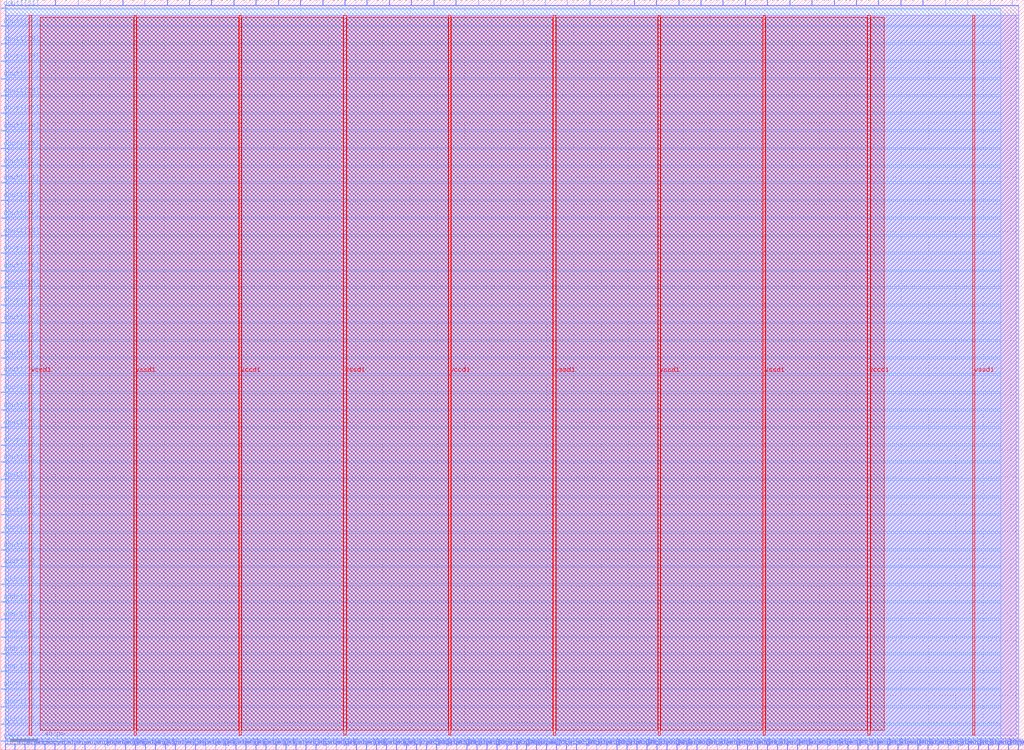
<source format=lef>
VERSION 5.7 ;
  NOWIREEXTENSIONATPIN ON ;
  DIVIDERCHAR "/" ;
  BUSBITCHARS "[]" ;
MACRO wfg_top
  CLASS BLOCK ;
  FOREIGN wfg_top ;
  ORIGIN 0.000 0.000 ;
  SIZE 750.000 BY 550.000 ;
  PIN addr1[0]
    DIRECTION OUTPUT TRISTATE ;
    USE SIGNAL ;
    PORT
      LAYER met3 ;
        RECT 0.000 18.400 4.000 19.000 ;
    END
  END addr1[0]
  PIN addr1[1]
    DIRECTION OUTPUT TRISTATE ;
    USE SIGNAL ;
    PORT
      LAYER met3 ;
        RECT 0.000 31.320 4.000 31.920 ;
    END
  END addr1[1]
  PIN addr1[2]
    DIRECTION OUTPUT TRISTATE ;
    USE SIGNAL ;
    PORT
      LAYER met3 ;
        RECT 0.000 44.240 4.000 44.840 ;
    END
  END addr1[2]
  PIN addr1[3]
    DIRECTION OUTPUT TRISTATE ;
    USE SIGNAL ;
    PORT
      LAYER met3 ;
        RECT 0.000 57.160 4.000 57.760 ;
    END
  END addr1[3]
  PIN addr1[4]
    DIRECTION OUTPUT TRISTATE ;
    USE SIGNAL ;
    PORT
      LAYER met3 ;
        RECT 0.000 70.080 4.000 70.680 ;
    END
  END addr1[4]
  PIN addr1[5]
    DIRECTION OUTPUT TRISTATE ;
    USE SIGNAL ;
    PORT
      LAYER met3 ;
        RECT 0.000 82.320 4.000 82.920 ;
    END
  END addr1[5]
  PIN addr1[6]
    DIRECTION OUTPUT TRISTATE ;
    USE SIGNAL ;
    PORT
      LAYER met3 ;
        RECT 0.000 95.240 4.000 95.840 ;
    END
  END addr1[6]
  PIN addr1[7]
    DIRECTION OUTPUT TRISTATE ;
    USE SIGNAL ;
    PORT
      LAYER met3 ;
        RECT 0.000 108.160 4.000 108.760 ;
    END
  END addr1[7]
  PIN addr1[8]
    DIRECTION OUTPUT TRISTATE ;
    USE SIGNAL ;
    PORT
      LAYER met3 ;
        RECT 0.000 121.080 4.000 121.680 ;
    END
  END addr1[8]
  PIN addr1[9]
    DIRECTION OUTPUT TRISTATE ;
    USE SIGNAL ;
    PORT
      LAYER met3 ;
        RECT 0.000 134.000 4.000 134.600 ;
    END
  END addr1[9]
  PIN csb1
    DIRECTION OUTPUT TRISTATE ;
    USE SIGNAL ;
    PORT
      LAYER met3 ;
        RECT 0.000 6.160 4.000 6.760 ;
    END
  END csb1
  PIN dout1[0]
    DIRECTION INPUT ;
    USE SIGNAL ;
    PORT
      LAYER met3 ;
        RECT 0.000 146.240 4.000 146.840 ;
    END
  END dout1[0]
  PIN dout1[10]
    DIRECTION INPUT ;
    USE SIGNAL ;
    PORT
      LAYER met3 ;
        RECT 0.000 274.760 4.000 275.360 ;
    END
  END dout1[10]
  PIN dout1[11]
    DIRECTION INPUT ;
    USE SIGNAL ;
    PORT
      LAYER met3 ;
        RECT 0.000 287.000 4.000 287.600 ;
    END
  END dout1[11]
  PIN dout1[12]
    DIRECTION INPUT ;
    USE SIGNAL ;
    PORT
      LAYER met3 ;
        RECT 0.000 299.920 4.000 300.520 ;
    END
  END dout1[12]
  PIN dout1[13]
    DIRECTION INPUT ;
    USE SIGNAL ;
    PORT
      LAYER met3 ;
        RECT 0.000 312.840 4.000 313.440 ;
    END
  END dout1[13]
  PIN dout1[14]
    DIRECTION INPUT ;
    USE SIGNAL ;
    PORT
      LAYER met3 ;
        RECT 0.000 325.760 4.000 326.360 ;
    END
  END dout1[14]
  PIN dout1[15]
    DIRECTION INPUT ;
    USE SIGNAL ;
    PORT
      LAYER met3 ;
        RECT 0.000 338.680 4.000 339.280 ;
    END
  END dout1[15]
  PIN dout1[16]
    DIRECTION INPUT ;
    USE SIGNAL ;
    PORT
      LAYER met3 ;
        RECT 0.000 350.920 4.000 351.520 ;
    END
  END dout1[16]
  PIN dout1[17]
    DIRECTION INPUT ;
    USE SIGNAL ;
    PORT
      LAYER met3 ;
        RECT 0.000 363.840 4.000 364.440 ;
    END
  END dout1[17]
  PIN dout1[18]
    DIRECTION INPUT ;
    USE SIGNAL ;
    PORT
      LAYER met3 ;
        RECT 0.000 376.760 4.000 377.360 ;
    END
  END dout1[18]
  PIN dout1[19]
    DIRECTION INPUT ;
    USE SIGNAL ;
    PORT
      LAYER met3 ;
        RECT 0.000 389.680 4.000 390.280 ;
    END
  END dout1[19]
  PIN dout1[1]
    DIRECTION INPUT ;
    USE SIGNAL ;
    PORT
      LAYER met3 ;
        RECT 0.000 159.160 4.000 159.760 ;
    END
  END dout1[1]
  PIN dout1[20]
    DIRECTION INPUT ;
    USE SIGNAL ;
    PORT
      LAYER met3 ;
        RECT 0.000 402.600 4.000 403.200 ;
    END
  END dout1[20]
  PIN dout1[21]
    DIRECTION INPUT ;
    USE SIGNAL ;
    PORT
      LAYER met3 ;
        RECT 0.000 415.520 4.000 416.120 ;
    END
  END dout1[21]
  PIN dout1[22]
    DIRECTION INPUT ;
    USE SIGNAL ;
    PORT
      LAYER met3 ;
        RECT 0.000 427.760 4.000 428.360 ;
    END
  END dout1[22]
  PIN dout1[23]
    DIRECTION INPUT ;
    USE SIGNAL ;
    PORT
      LAYER met3 ;
        RECT 0.000 440.680 4.000 441.280 ;
    END
  END dout1[23]
  PIN dout1[24]
    DIRECTION INPUT ;
    USE SIGNAL ;
    PORT
      LAYER met3 ;
        RECT 0.000 453.600 4.000 454.200 ;
    END
  END dout1[24]
  PIN dout1[25]
    DIRECTION INPUT ;
    USE SIGNAL ;
    PORT
      LAYER met3 ;
        RECT 0.000 466.520 4.000 467.120 ;
    END
  END dout1[25]
  PIN dout1[26]
    DIRECTION INPUT ;
    USE SIGNAL ;
    PORT
      LAYER met3 ;
        RECT 0.000 479.440 4.000 480.040 ;
    END
  END dout1[26]
  PIN dout1[27]
    DIRECTION INPUT ;
    USE SIGNAL ;
    PORT
      LAYER met3 ;
        RECT 0.000 491.680 4.000 492.280 ;
    END
  END dout1[27]
  PIN dout1[28]
    DIRECTION INPUT ;
    USE SIGNAL ;
    PORT
      LAYER met3 ;
        RECT 0.000 504.600 4.000 505.200 ;
    END
  END dout1[28]
  PIN dout1[29]
    DIRECTION INPUT ;
    USE SIGNAL ;
    PORT
      LAYER met3 ;
        RECT 0.000 517.520 4.000 518.120 ;
    END
  END dout1[29]
  PIN dout1[2]
    DIRECTION INPUT ;
    USE SIGNAL ;
    PORT
      LAYER met3 ;
        RECT 0.000 172.080 4.000 172.680 ;
    END
  END dout1[2]
  PIN dout1[30]
    DIRECTION INPUT ;
    USE SIGNAL ;
    PORT
      LAYER met3 ;
        RECT 0.000 530.440 4.000 531.040 ;
    END
  END dout1[30]
  PIN dout1[31]
    DIRECTION INPUT ;
    USE SIGNAL ;
    PORT
      LAYER met3 ;
        RECT 0.000 543.360 4.000 543.960 ;
    END
  END dout1[31]
  PIN dout1[3]
    DIRECTION INPUT ;
    USE SIGNAL ;
    PORT
      LAYER met3 ;
        RECT 0.000 185.000 4.000 185.600 ;
    END
  END dout1[3]
  PIN dout1[4]
    DIRECTION INPUT ;
    USE SIGNAL ;
    PORT
      LAYER met3 ;
        RECT 0.000 197.920 4.000 198.520 ;
    END
  END dout1[4]
  PIN dout1[5]
    DIRECTION INPUT ;
    USE SIGNAL ;
    PORT
      LAYER met3 ;
        RECT 0.000 210.840 4.000 211.440 ;
    END
  END dout1[5]
  PIN dout1[6]
    DIRECTION INPUT ;
    USE SIGNAL ;
    PORT
      LAYER met3 ;
        RECT 0.000 223.080 4.000 223.680 ;
    END
  END dout1[6]
  PIN dout1[7]
    DIRECTION INPUT ;
    USE SIGNAL ;
    PORT
      LAYER met3 ;
        RECT 0.000 236.000 4.000 236.600 ;
    END
  END dout1[7]
  PIN dout1[8]
    DIRECTION INPUT ;
    USE SIGNAL ;
    PORT
      LAYER met3 ;
        RECT 0.000 248.920 4.000 249.520 ;
    END
  END dout1[8]
  PIN dout1[9]
    DIRECTION INPUT ;
    USE SIGNAL ;
    PORT
      LAYER met3 ;
        RECT 0.000 261.840 4.000 262.440 ;
    END
  END dout1[9]
  PIN io_oeb[0]
    DIRECTION OUTPUT TRISTATE ;
    USE SIGNAL ;
    PORT
      LAYER met2 ;
        RECT 578.310 546.000 578.590 550.000 ;
    END
  END io_oeb[0]
  PIN io_oeb[10]
    DIRECTION OUTPUT TRISTATE ;
    USE SIGNAL ;
    PORT
      LAYER met2 ;
        RECT 741.150 546.000 741.430 550.000 ;
    END
  END io_oeb[10]
  PIN io_oeb[1]
    DIRECTION OUTPUT TRISTATE ;
    USE SIGNAL ;
    PORT
      LAYER met2 ;
        RECT 594.410 546.000 594.690 550.000 ;
    END
  END io_oeb[1]
  PIN io_oeb[2]
    DIRECTION OUTPUT TRISTATE ;
    USE SIGNAL ;
    PORT
      LAYER met2 ;
        RECT 610.970 546.000 611.250 550.000 ;
    END
  END io_oeb[2]
  PIN io_oeb[3]
    DIRECTION OUTPUT TRISTATE ;
    USE SIGNAL ;
    PORT
      LAYER met2 ;
        RECT 627.070 546.000 627.350 550.000 ;
    END
  END io_oeb[3]
  PIN io_oeb[4]
    DIRECTION OUTPUT TRISTATE ;
    USE SIGNAL ;
    PORT
      LAYER met2 ;
        RECT 643.170 546.000 643.450 550.000 ;
    END
  END io_oeb[4]
  PIN io_oeb[5]
    DIRECTION OUTPUT TRISTATE ;
    USE SIGNAL ;
    PORT
      LAYER met2 ;
        RECT 659.730 546.000 660.010 550.000 ;
    END
  END io_oeb[5]
  PIN io_oeb[6]
    DIRECTION OUTPUT TRISTATE ;
    USE SIGNAL ;
    PORT
      LAYER met2 ;
        RECT 675.830 546.000 676.110 550.000 ;
    END
  END io_oeb[6]
  PIN io_oeb[7]
    DIRECTION OUTPUT TRISTATE ;
    USE SIGNAL ;
    PORT
      LAYER met2 ;
        RECT 692.390 546.000 692.670 550.000 ;
    END
  END io_oeb[7]
  PIN io_oeb[8]
    DIRECTION OUTPUT TRISTATE ;
    USE SIGNAL ;
    PORT
      LAYER met2 ;
        RECT 708.490 546.000 708.770 550.000 ;
    END
  END io_oeb[8]
  PIN io_oeb[9]
    DIRECTION OUTPUT TRISTATE ;
    USE SIGNAL ;
    PORT
      LAYER met2 ;
        RECT 725.050 546.000 725.330 550.000 ;
    END
  END io_oeb[9]
  PIN io_wbs_ack
    DIRECTION OUTPUT TRISTATE ;
    USE SIGNAL ;
    PORT
      LAYER met2 ;
        RECT 3.310 0.000 3.590 4.000 ;
    END
  END io_wbs_ack
  PIN io_wbs_adr[0]
    DIRECTION INPUT ;
    USE SIGNAL ;
    PORT
      LAYER met2 ;
        RECT 47.010 0.000 47.290 4.000 ;
    END
  END io_wbs_adr[0]
  PIN io_wbs_adr[10]
    DIRECTION INPUT ;
    USE SIGNAL ;
    PORT
      LAYER met2 ;
        RECT 267.810 0.000 268.090 4.000 ;
    END
  END io_wbs_adr[10]
  PIN io_wbs_adr[11]
    DIRECTION INPUT ;
    USE SIGNAL ;
    PORT
      LAYER met2 ;
        RECT 289.890 0.000 290.170 4.000 ;
    END
  END io_wbs_adr[11]
  PIN io_wbs_adr[12]
    DIRECTION INPUT ;
    USE SIGNAL ;
    PORT
      LAYER met2 ;
        RECT 311.970 0.000 312.250 4.000 ;
    END
  END io_wbs_adr[12]
  PIN io_wbs_adr[13]
    DIRECTION INPUT ;
    USE SIGNAL ;
    PORT
      LAYER met2 ;
        RECT 334.050 0.000 334.330 4.000 ;
    END
  END io_wbs_adr[13]
  PIN io_wbs_adr[14]
    DIRECTION INPUT ;
    USE SIGNAL ;
    PORT
      LAYER met2 ;
        RECT 356.130 0.000 356.410 4.000 ;
    END
  END io_wbs_adr[14]
  PIN io_wbs_adr[15]
    DIRECTION INPUT ;
    USE SIGNAL ;
    PORT
      LAYER met2 ;
        RECT 378.210 0.000 378.490 4.000 ;
    END
  END io_wbs_adr[15]
  PIN io_wbs_adr[16]
    DIRECTION INPUT ;
    USE SIGNAL ;
    PORT
      LAYER met2 ;
        RECT 399.830 0.000 400.110 4.000 ;
    END
  END io_wbs_adr[16]
  PIN io_wbs_adr[17]
    DIRECTION INPUT ;
    USE SIGNAL ;
    PORT
      LAYER met2 ;
        RECT 421.910 0.000 422.190 4.000 ;
    END
  END io_wbs_adr[17]
  PIN io_wbs_adr[18]
    DIRECTION INPUT ;
    USE SIGNAL ;
    PORT
      LAYER met2 ;
        RECT 443.990 0.000 444.270 4.000 ;
    END
  END io_wbs_adr[18]
  PIN io_wbs_adr[19]
    DIRECTION INPUT ;
    USE SIGNAL ;
    PORT
      LAYER met2 ;
        RECT 466.070 0.000 466.350 4.000 ;
    END
  END io_wbs_adr[19]
  PIN io_wbs_adr[1]
    DIRECTION INPUT ;
    USE SIGNAL ;
    PORT
      LAYER met2 ;
        RECT 69.090 0.000 69.370 4.000 ;
    END
  END io_wbs_adr[1]
  PIN io_wbs_adr[20]
    DIRECTION INPUT ;
    USE SIGNAL ;
    PORT
      LAYER met2 ;
        RECT 488.150 0.000 488.430 4.000 ;
    END
  END io_wbs_adr[20]
  PIN io_wbs_adr[21]
    DIRECTION INPUT ;
    USE SIGNAL ;
    PORT
      LAYER met2 ;
        RECT 510.230 0.000 510.510 4.000 ;
    END
  END io_wbs_adr[21]
  PIN io_wbs_adr[22]
    DIRECTION INPUT ;
    USE SIGNAL ;
    PORT
      LAYER met2 ;
        RECT 532.310 0.000 532.590 4.000 ;
    END
  END io_wbs_adr[22]
  PIN io_wbs_adr[23]
    DIRECTION INPUT ;
    USE SIGNAL ;
    PORT
      LAYER met2 ;
        RECT 554.390 0.000 554.670 4.000 ;
    END
  END io_wbs_adr[23]
  PIN io_wbs_adr[24]
    DIRECTION INPUT ;
    USE SIGNAL ;
    PORT
      LAYER met2 ;
        RECT 576.470 0.000 576.750 4.000 ;
    END
  END io_wbs_adr[24]
  PIN io_wbs_adr[25]
    DIRECTION INPUT ;
    USE SIGNAL ;
    PORT
      LAYER met2 ;
        RECT 598.550 0.000 598.830 4.000 ;
    END
  END io_wbs_adr[25]
  PIN io_wbs_adr[26]
    DIRECTION INPUT ;
    USE SIGNAL ;
    PORT
      LAYER met2 ;
        RECT 620.630 0.000 620.910 4.000 ;
    END
  END io_wbs_adr[26]
  PIN io_wbs_adr[27]
    DIRECTION INPUT ;
    USE SIGNAL ;
    PORT
      LAYER met2 ;
        RECT 642.710 0.000 642.990 4.000 ;
    END
  END io_wbs_adr[27]
  PIN io_wbs_adr[28]
    DIRECTION INPUT ;
    USE SIGNAL ;
    PORT
      LAYER met2 ;
        RECT 664.790 0.000 665.070 4.000 ;
    END
  END io_wbs_adr[28]
  PIN io_wbs_adr[29]
    DIRECTION INPUT ;
    USE SIGNAL ;
    PORT
      LAYER met2 ;
        RECT 686.870 0.000 687.150 4.000 ;
    END
  END io_wbs_adr[29]
  PIN io_wbs_adr[2]
    DIRECTION INPUT ;
    USE SIGNAL ;
    PORT
      LAYER met2 ;
        RECT 91.170 0.000 91.450 4.000 ;
    END
  END io_wbs_adr[2]
  PIN io_wbs_adr[30]
    DIRECTION INPUT ;
    USE SIGNAL ;
    PORT
      LAYER met2 ;
        RECT 708.950 0.000 709.230 4.000 ;
    END
  END io_wbs_adr[30]
  PIN io_wbs_adr[31]
    DIRECTION INPUT ;
    USE SIGNAL ;
    PORT
      LAYER met2 ;
        RECT 731.030 0.000 731.310 4.000 ;
    END
  END io_wbs_adr[31]
  PIN io_wbs_adr[3]
    DIRECTION INPUT ;
    USE SIGNAL ;
    PORT
      LAYER met2 ;
        RECT 113.250 0.000 113.530 4.000 ;
    END
  END io_wbs_adr[3]
  PIN io_wbs_adr[4]
    DIRECTION INPUT ;
    USE SIGNAL ;
    PORT
      LAYER met2 ;
        RECT 135.330 0.000 135.610 4.000 ;
    END
  END io_wbs_adr[4]
  PIN io_wbs_adr[5]
    DIRECTION INPUT ;
    USE SIGNAL ;
    PORT
      LAYER met2 ;
        RECT 157.410 0.000 157.690 4.000 ;
    END
  END io_wbs_adr[5]
  PIN io_wbs_adr[6]
    DIRECTION INPUT ;
    USE SIGNAL ;
    PORT
      LAYER met2 ;
        RECT 179.490 0.000 179.770 4.000 ;
    END
  END io_wbs_adr[6]
  PIN io_wbs_adr[7]
    DIRECTION INPUT ;
    USE SIGNAL ;
    PORT
      LAYER met2 ;
        RECT 201.570 0.000 201.850 4.000 ;
    END
  END io_wbs_adr[7]
  PIN io_wbs_adr[8]
    DIRECTION INPUT ;
    USE SIGNAL ;
    PORT
      LAYER met2 ;
        RECT 223.650 0.000 223.930 4.000 ;
    END
  END io_wbs_adr[8]
  PIN io_wbs_adr[9]
    DIRECTION INPUT ;
    USE SIGNAL ;
    PORT
      LAYER met2 ;
        RECT 245.730 0.000 246.010 4.000 ;
    END
  END io_wbs_adr[9]
  PIN io_wbs_clk
    DIRECTION INPUT ;
    USE SIGNAL ;
    PORT
      LAYER met2 ;
        RECT 10.210 0.000 10.490 4.000 ;
    END
  END io_wbs_clk
  PIN io_wbs_cyc
    DIRECTION INPUT ;
    USE SIGNAL ;
    PORT
      LAYER met2 ;
        RECT 17.570 0.000 17.850 4.000 ;
    END
  END io_wbs_cyc
  PIN io_wbs_datrd[0]
    DIRECTION OUTPUT TRISTATE ;
    USE SIGNAL ;
    PORT
      LAYER met2 ;
        RECT 54.370 0.000 54.650 4.000 ;
    END
  END io_wbs_datrd[0]
  PIN io_wbs_datrd[10]
    DIRECTION OUTPUT TRISTATE ;
    USE SIGNAL ;
    PORT
      LAYER met2 ;
        RECT 275.170 0.000 275.450 4.000 ;
    END
  END io_wbs_datrd[10]
  PIN io_wbs_datrd[11]
    DIRECTION OUTPUT TRISTATE ;
    USE SIGNAL ;
    PORT
      LAYER met2 ;
        RECT 297.250 0.000 297.530 4.000 ;
    END
  END io_wbs_datrd[11]
  PIN io_wbs_datrd[12]
    DIRECTION OUTPUT TRISTATE ;
    USE SIGNAL ;
    PORT
      LAYER met2 ;
        RECT 319.330 0.000 319.610 4.000 ;
    END
  END io_wbs_datrd[12]
  PIN io_wbs_datrd[13]
    DIRECTION OUTPUT TRISTATE ;
    USE SIGNAL ;
    PORT
      LAYER met2 ;
        RECT 341.410 0.000 341.690 4.000 ;
    END
  END io_wbs_datrd[13]
  PIN io_wbs_datrd[14]
    DIRECTION OUTPUT TRISTATE ;
    USE SIGNAL ;
    PORT
      LAYER met2 ;
        RECT 363.490 0.000 363.770 4.000 ;
    END
  END io_wbs_datrd[14]
  PIN io_wbs_datrd[15]
    DIRECTION OUTPUT TRISTATE ;
    USE SIGNAL ;
    PORT
      LAYER met2 ;
        RECT 385.110 0.000 385.390 4.000 ;
    END
  END io_wbs_datrd[15]
  PIN io_wbs_datrd[16]
    DIRECTION OUTPUT TRISTATE ;
    USE SIGNAL ;
    PORT
      LAYER met2 ;
        RECT 407.190 0.000 407.470 4.000 ;
    END
  END io_wbs_datrd[16]
  PIN io_wbs_datrd[17]
    DIRECTION OUTPUT TRISTATE ;
    USE SIGNAL ;
    PORT
      LAYER met2 ;
        RECT 429.270 0.000 429.550 4.000 ;
    END
  END io_wbs_datrd[17]
  PIN io_wbs_datrd[18]
    DIRECTION OUTPUT TRISTATE ;
    USE SIGNAL ;
    PORT
      LAYER met2 ;
        RECT 451.350 0.000 451.630 4.000 ;
    END
  END io_wbs_datrd[18]
  PIN io_wbs_datrd[19]
    DIRECTION OUTPUT TRISTATE ;
    USE SIGNAL ;
    PORT
      LAYER met2 ;
        RECT 473.430 0.000 473.710 4.000 ;
    END
  END io_wbs_datrd[19]
  PIN io_wbs_datrd[1]
    DIRECTION OUTPUT TRISTATE ;
    USE SIGNAL ;
    PORT
      LAYER met2 ;
        RECT 76.450 0.000 76.730 4.000 ;
    END
  END io_wbs_datrd[1]
  PIN io_wbs_datrd[20]
    DIRECTION OUTPUT TRISTATE ;
    USE SIGNAL ;
    PORT
      LAYER met2 ;
        RECT 495.510 0.000 495.790 4.000 ;
    END
  END io_wbs_datrd[20]
  PIN io_wbs_datrd[21]
    DIRECTION OUTPUT TRISTATE ;
    USE SIGNAL ;
    PORT
      LAYER met2 ;
        RECT 517.590 0.000 517.870 4.000 ;
    END
  END io_wbs_datrd[21]
  PIN io_wbs_datrd[22]
    DIRECTION OUTPUT TRISTATE ;
    USE SIGNAL ;
    PORT
      LAYER met2 ;
        RECT 539.670 0.000 539.950 4.000 ;
    END
  END io_wbs_datrd[22]
  PIN io_wbs_datrd[23]
    DIRECTION OUTPUT TRISTATE ;
    USE SIGNAL ;
    PORT
      LAYER met2 ;
        RECT 561.750 0.000 562.030 4.000 ;
    END
  END io_wbs_datrd[23]
  PIN io_wbs_datrd[24]
    DIRECTION OUTPUT TRISTATE ;
    USE SIGNAL ;
    PORT
      LAYER met2 ;
        RECT 583.830 0.000 584.110 4.000 ;
    END
  END io_wbs_datrd[24]
  PIN io_wbs_datrd[25]
    DIRECTION OUTPUT TRISTATE ;
    USE SIGNAL ;
    PORT
      LAYER met2 ;
        RECT 605.910 0.000 606.190 4.000 ;
    END
  END io_wbs_datrd[25]
  PIN io_wbs_datrd[26]
    DIRECTION OUTPUT TRISTATE ;
    USE SIGNAL ;
    PORT
      LAYER met2 ;
        RECT 627.990 0.000 628.270 4.000 ;
    END
  END io_wbs_datrd[26]
  PIN io_wbs_datrd[27]
    DIRECTION OUTPUT TRISTATE ;
    USE SIGNAL ;
    PORT
      LAYER met2 ;
        RECT 650.070 0.000 650.350 4.000 ;
    END
  END io_wbs_datrd[27]
  PIN io_wbs_datrd[28]
    DIRECTION OUTPUT TRISTATE ;
    USE SIGNAL ;
    PORT
      LAYER met2 ;
        RECT 672.150 0.000 672.430 4.000 ;
    END
  END io_wbs_datrd[28]
  PIN io_wbs_datrd[29]
    DIRECTION OUTPUT TRISTATE ;
    USE SIGNAL ;
    PORT
      LAYER met2 ;
        RECT 694.230 0.000 694.510 4.000 ;
    END
  END io_wbs_datrd[29]
  PIN io_wbs_datrd[2]
    DIRECTION OUTPUT TRISTATE ;
    USE SIGNAL ;
    PORT
      LAYER met2 ;
        RECT 98.530 0.000 98.810 4.000 ;
    END
  END io_wbs_datrd[2]
  PIN io_wbs_datrd[30]
    DIRECTION OUTPUT TRISTATE ;
    USE SIGNAL ;
    PORT
      LAYER met2 ;
        RECT 716.310 0.000 716.590 4.000 ;
    END
  END io_wbs_datrd[30]
  PIN io_wbs_datrd[31]
    DIRECTION OUTPUT TRISTATE ;
    USE SIGNAL ;
    PORT
      LAYER met2 ;
        RECT 738.390 0.000 738.670 4.000 ;
    END
  END io_wbs_datrd[31]
  PIN io_wbs_datrd[3]
    DIRECTION OUTPUT TRISTATE ;
    USE SIGNAL ;
    PORT
      LAYER met2 ;
        RECT 120.610 0.000 120.890 4.000 ;
    END
  END io_wbs_datrd[3]
  PIN io_wbs_datrd[4]
    DIRECTION OUTPUT TRISTATE ;
    USE SIGNAL ;
    PORT
      LAYER met2 ;
        RECT 142.690 0.000 142.970 4.000 ;
    END
  END io_wbs_datrd[4]
  PIN io_wbs_datrd[5]
    DIRECTION OUTPUT TRISTATE ;
    USE SIGNAL ;
    PORT
      LAYER met2 ;
        RECT 164.770 0.000 165.050 4.000 ;
    END
  END io_wbs_datrd[5]
  PIN io_wbs_datrd[6]
    DIRECTION OUTPUT TRISTATE ;
    USE SIGNAL ;
    PORT
      LAYER met2 ;
        RECT 186.850 0.000 187.130 4.000 ;
    END
  END io_wbs_datrd[6]
  PIN io_wbs_datrd[7]
    DIRECTION OUTPUT TRISTATE ;
    USE SIGNAL ;
    PORT
      LAYER met2 ;
        RECT 208.930 0.000 209.210 4.000 ;
    END
  END io_wbs_datrd[7]
  PIN io_wbs_datrd[8]
    DIRECTION OUTPUT TRISTATE ;
    USE SIGNAL ;
    PORT
      LAYER met2 ;
        RECT 231.010 0.000 231.290 4.000 ;
    END
  END io_wbs_datrd[8]
  PIN io_wbs_datrd[9]
    DIRECTION OUTPUT TRISTATE ;
    USE SIGNAL ;
    PORT
      LAYER met2 ;
        RECT 253.090 0.000 253.370 4.000 ;
    END
  END io_wbs_datrd[9]
  PIN io_wbs_datwr[0]
    DIRECTION INPUT ;
    USE SIGNAL ;
    PORT
      LAYER met2 ;
        RECT 61.730 0.000 62.010 4.000 ;
    END
  END io_wbs_datwr[0]
  PIN io_wbs_datwr[10]
    DIRECTION INPUT ;
    USE SIGNAL ;
    PORT
      LAYER met2 ;
        RECT 282.530 0.000 282.810 4.000 ;
    END
  END io_wbs_datwr[10]
  PIN io_wbs_datwr[11]
    DIRECTION INPUT ;
    USE SIGNAL ;
    PORT
      LAYER met2 ;
        RECT 304.610 0.000 304.890 4.000 ;
    END
  END io_wbs_datwr[11]
  PIN io_wbs_datwr[12]
    DIRECTION INPUT ;
    USE SIGNAL ;
    PORT
      LAYER met2 ;
        RECT 326.690 0.000 326.970 4.000 ;
    END
  END io_wbs_datwr[12]
  PIN io_wbs_datwr[13]
    DIRECTION INPUT ;
    USE SIGNAL ;
    PORT
      LAYER met2 ;
        RECT 348.770 0.000 349.050 4.000 ;
    END
  END io_wbs_datwr[13]
  PIN io_wbs_datwr[14]
    DIRECTION INPUT ;
    USE SIGNAL ;
    PORT
      LAYER met2 ;
        RECT 370.850 0.000 371.130 4.000 ;
    END
  END io_wbs_datwr[14]
  PIN io_wbs_datwr[15]
    DIRECTION INPUT ;
    USE SIGNAL ;
    PORT
      LAYER met2 ;
        RECT 392.470 0.000 392.750 4.000 ;
    END
  END io_wbs_datwr[15]
  PIN io_wbs_datwr[16]
    DIRECTION INPUT ;
    USE SIGNAL ;
    PORT
      LAYER met2 ;
        RECT 414.550 0.000 414.830 4.000 ;
    END
  END io_wbs_datwr[16]
  PIN io_wbs_datwr[17]
    DIRECTION INPUT ;
    USE SIGNAL ;
    PORT
      LAYER met2 ;
        RECT 436.630 0.000 436.910 4.000 ;
    END
  END io_wbs_datwr[17]
  PIN io_wbs_datwr[18]
    DIRECTION INPUT ;
    USE SIGNAL ;
    PORT
      LAYER met2 ;
        RECT 458.710 0.000 458.990 4.000 ;
    END
  END io_wbs_datwr[18]
  PIN io_wbs_datwr[19]
    DIRECTION INPUT ;
    USE SIGNAL ;
    PORT
      LAYER met2 ;
        RECT 480.790 0.000 481.070 4.000 ;
    END
  END io_wbs_datwr[19]
  PIN io_wbs_datwr[1]
    DIRECTION INPUT ;
    USE SIGNAL ;
    PORT
      LAYER met2 ;
        RECT 83.810 0.000 84.090 4.000 ;
    END
  END io_wbs_datwr[1]
  PIN io_wbs_datwr[20]
    DIRECTION INPUT ;
    USE SIGNAL ;
    PORT
      LAYER met2 ;
        RECT 502.870 0.000 503.150 4.000 ;
    END
  END io_wbs_datwr[20]
  PIN io_wbs_datwr[21]
    DIRECTION INPUT ;
    USE SIGNAL ;
    PORT
      LAYER met2 ;
        RECT 524.950 0.000 525.230 4.000 ;
    END
  END io_wbs_datwr[21]
  PIN io_wbs_datwr[22]
    DIRECTION INPUT ;
    USE SIGNAL ;
    PORT
      LAYER met2 ;
        RECT 547.030 0.000 547.310 4.000 ;
    END
  END io_wbs_datwr[22]
  PIN io_wbs_datwr[23]
    DIRECTION INPUT ;
    USE SIGNAL ;
    PORT
      LAYER met2 ;
        RECT 569.110 0.000 569.390 4.000 ;
    END
  END io_wbs_datwr[23]
  PIN io_wbs_datwr[24]
    DIRECTION INPUT ;
    USE SIGNAL ;
    PORT
      LAYER met2 ;
        RECT 591.190 0.000 591.470 4.000 ;
    END
  END io_wbs_datwr[24]
  PIN io_wbs_datwr[25]
    DIRECTION INPUT ;
    USE SIGNAL ;
    PORT
      LAYER met2 ;
        RECT 613.270 0.000 613.550 4.000 ;
    END
  END io_wbs_datwr[25]
  PIN io_wbs_datwr[26]
    DIRECTION INPUT ;
    USE SIGNAL ;
    PORT
      LAYER met2 ;
        RECT 635.350 0.000 635.630 4.000 ;
    END
  END io_wbs_datwr[26]
  PIN io_wbs_datwr[27]
    DIRECTION INPUT ;
    USE SIGNAL ;
    PORT
      LAYER met2 ;
        RECT 657.430 0.000 657.710 4.000 ;
    END
  END io_wbs_datwr[27]
  PIN io_wbs_datwr[28]
    DIRECTION INPUT ;
    USE SIGNAL ;
    PORT
      LAYER met2 ;
        RECT 679.510 0.000 679.790 4.000 ;
    END
  END io_wbs_datwr[28]
  PIN io_wbs_datwr[29]
    DIRECTION INPUT ;
    USE SIGNAL ;
    PORT
      LAYER met2 ;
        RECT 701.590 0.000 701.870 4.000 ;
    END
  END io_wbs_datwr[29]
  PIN io_wbs_datwr[2]
    DIRECTION INPUT ;
    USE SIGNAL ;
    PORT
      LAYER met2 ;
        RECT 105.890 0.000 106.170 4.000 ;
    END
  END io_wbs_datwr[2]
  PIN io_wbs_datwr[30]
    DIRECTION INPUT ;
    USE SIGNAL ;
    PORT
      LAYER met2 ;
        RECT 723.670 0.000 723.950 4.000 ;
    END
  END io_wbs_datwr[30]
  PIN io_wbs_datwr[31]
    DIRECTION INPUT ;
    USE SIGNAL ;
    PORT
      LAYER met2 ;
        RECT 745.750 0.000 746.030 4.000 ;
    END
  END io_wbs_datwr[31]
  PIN io_wbs_datwr[3]
    DIRECTION INPUT ;
    USE SIGNAL ;
    PORT
      LAYER met2 ;
        RECT 127.970 0.000 128.250 4.000 ;
    END
  END io_wbs_datwr[3]
  PIN io_wbs_datwr[4]
    DIRECTION INPUT ;
    USE SIGNAL ;
    PORT
      LAYER met2 ;
        RECT 150.050 0.000 150.330 4.000 ;
    END
  END io_wbs_datwr[4]
  PIN io_wbs_datwr[5]
    DIRECTION INPUT ;
    USE SIGNAL ;
    PORT
      LAYER met2 ;
        RECT 172.130 0.000 172.410 4.000 ;
    END
  END io_wbs_datwr[5]
  PIN io_wbs_datwr[6]
    DIRECTION INPUT ;
    USE SIGNAL ;
    PORT
      LAYER met2 ;
        RECT 194.210 0.000 194.490 4.000 ;
    END
  END io_wbs_datwr[6]
  PIN io_wbs_datwr[7]
    DIRECTION INPUT ;
    USE SIGNAL ;
    PORT
      LAYER met2 ;
        RECT 216.290 0.000 216.570 4.000 ;
    END
  END io_wbs_datwr[7]
  PIN io_wbs_datwr[8]
    DIRECTION INPUT ;
    USE SIGNAL ;
    PORT
      LAYER met2 ;
        RECT 238.370 0.000 238.650 4.000 ;
    END
  END io_wbs_datwr[8]
  PIN io_wbs_datwr[9]
    DIRECTION INPUT ;
    USE SIGNAL ;
    PORT
      LAYER met2 ;
        RECT 260.450 0.000 260.730 4.000 ;
    END
  END io_wbs_datwr[9]
  PIN io_wbs_rst
    DIRECTION INPUT ;
    USE SIGNAL ;
    PORT
      LAYER met2 ;
        RECT 24.930 0.000 25.210 4.000 ;
    END
  END io_wbs_rst
  PIN io_wbs_stb
    DIRECTION INPUT ;
    USE SIGNAL ;
    PORT
      LAYER met2 ;
        RECT 32.290 0.000 32.570 4.000 ;
    END
  END io_wbs_stb
  PIN io_wbs_we
    DIRECTION INPUT ;
    USE SIGNAL ;
    PORT
      LAYER met2 ;
        RECT 39.650 0.000 39.930 4.000 ;
    END
  END io_wbs_we
  PIN vccd1
    DIRECTION INPUT ;
    USE POWER ;
    PORT
      LAYER met4 ;
        RECT 21.040 10.640 22.640 538.800 ;
    END
    PORT
      LAYER met4 ;
        RECT 174.640 10.640 176.240 538.800 ;
    END
    PORT
      LAYER met4 ;
        RECT 328.240 10.640 329.840 538.800 ;
    END
    PORT
      LAYER met4 ;
        RECT 481.840 10.640 483.440 538.800 ;
    END
    PORT
      LAYER met4 ;
        RECT 635.440 10.640 637.040 538.800 ;
    END
  END vccd1
  PIN vssd1
    DIRECTION INPUT ;
    USE GROUND ;
    PORT
      LAYER met4 ;
        RECT 97.840 10.640 99.440 538.800 ;
    END
    PORT
      LAYER met4 ;
        RECT 251.440 10.640 253.040 538.800 ;
    END
    PORT
      LAYER met4 ;
        RECT 405.040 10.640 406.640 538.800 ;
    END
    PORT
      LAYER met4 ;
        RECT 558.640 10.640 560.240 538.800 ;
    END
    PORT
      LAYER met4 ;
        RECT 712.240 10.640 713.840 538.800 ;
    END
  END vssd1
  PIN wfg_drive_pat_dout_o[0]
    DIRECTION OUTPUT TRISTATE ;
    USE SIGNAL ;
    PORT
      LAYER met2 ;
        RECT 56.670 546.000 56.950 550.000 ;
    END
  END wfg_drive_pat_dout_o[0]
  PIN wfg_drive_pat_dout_o[10]
    DIRECTION OUTPUT TRISTATE ;
    USE SIGNAL ;
    PORT
      LAYER met2 ;
        RECT 219.510 546.000 219.790 550.000 ;
    END
  END wfg_drive_pat_dout_o[10]
  PIN wfg_drive_pat_dout_o[11]
    DIRECTION OUTPUT TRISTATE ;
    USE SIGNAL ;
    PORT
      LAYER met2 ;
        RECT 236.070 546.000 236.350 550.000 ;
    END
  END wfg_drive_pat_dout_o[11]
  PIN wfg_drive_pat_dout_o[12]
    DIRECTION OUTPUT TRISTATE ;
    USE SIGNAL ;
    PORT
      LAYER met2 ;
        RECT 252.170 546.000 252.450 550.000 ;
    END
  END wfg_drive_pat_dout_o[12]
  PIN wfg_drive_pat_dout_o[13]
    DIRECTION OUTPUT TRISTATE ;
    USE SIGNAL ;
    PORT
      LAYER met2 ;
        RECT 268.270 546.000 268.550 550.000 ;
    END
  END wfg_drive_pat_dout_o[13]
  PIN wfg_drive_pat_dout_o[14]
    DIRECTION OUTPUT TRISTATE ;
    USE SIGNAL ;
    PORT
      LAYER met2 ;
        RECT 284.830 546.000 285.110 550.000 ;
    END
  END wfg_drive_pat_dout_o[14]
  PIN wfg_drive_pat_dout_o[15]
    DIRECTION OUTPUT TRISTATE ;
    USE SIGNAL ;
    PORT
      LAYER met2 ;
        RECT 300.930 546.000 301.210 550.000 ;
    END
  END wfg_drive_pat_dout_o[15]
  PIN wfg_drive_pat_dout_o[16]
    DIRECTION OUTPUT TRISTATE ;
    USE SIGNAL ;
    PORT
      LAYER met2 ;
        RECT 317.490 546.000 317.770 550.000 ;
    END
  END wfg_drive_pat_dout_o[16]
  PIN wfg_drive_pat_dout_o[17]
    DIRECTION OUTPUT TRISTATE ;
    USE SIGNAL ;
    PORT
      LAYER met2 ;
        RECT 333.590 546.000 333.870 550.000 ;
    END
  END wfg_drive_pat_dout_o[17]
  PIN wfg_drive_pat_dout_o[18]
    DIRECTION OUTPUT TRISTATE ;
    USE SIGNAL ;
    PORT
      LAYER met2 ;
        RECT 350.150 546.000 350.430 550.000 ;
    END
  END wfg_drive_pat_dout_o[18]
  PIN wfg_drive_pat_dout_o[19]
    DIRECTION OUTPUT TRISTATE ;
    USE SIGNAL ;
    PORT
      LAYER met2 ;
        RECT 366.250 546.000 366.530 550.000 ;
    END
  END wfg_drive_pat_dout_o[19]
  PIN wfg_drive_pat_dout_o[1]
    DIRECTION OUTPUT TRISTATE ;
    USE SIGNAL ;
    PORT
      LAYER met2 ;
        RECT 72.770 546.000 73.050 550.000 ;
    END
  END wfg_drive_pat_dout_o[1]
  PIN wfg_drive_pat_dout_o[20]
    DIRECTION OUTPUT TRISTATE ;
    USE SIGNAL ;
    PORT
      LAYER met2 ;
        RECT 382.810 546.000 383.090 550.000 ;
    END
  END wfg_drive_pat_dout_o[20]
  PIN wfg_drive_pat_dout_o[21]
    DIRECTION OUTPUT TRISTATE ;
    USE SIGNAL ;
    PORT
      LAYER met2 ;
        RECT 398.910 546.000 399.190 550.000 ;
    END
  END wfg_drive_pat_dout_o[21]
  PIN wfg_drive_pat_dout_o[22]
    DIRECTION OUTPUT TRISTATE ;
    USE SIGNAL ;
    PORT
      LAYER met2 ;
        RECT 415.010 546.000 415.290 550.000 ;
    END
  END wfg_drive_pat_dout_o[22]
  PIN wfg_drive_pat_dout_o[23]
    DIRECTION OUTPUT TRISTATE ;
    USE SIGNAL ;
    PORT
      LAYER met2 ;
        RECT 431.570 546.000 431.850 550.000 ;
    END
  END wfg_drive_pat_dout_o[23]
  PIN wfg_drive_pat_dout_o[24]
    DIRECTION OUTPUT TRISTATE ;
    USE SIGNAL ;
    PORT
      LAYER met2 ;
        RECT 447.670 546.000 447.950 550.000 ;
    END
  END wfg_drive_pat_dout_o[24]
  PIN wfg_drive_pat_dout_o[25]
    DIRECTION OUTPUT TRISTATE ;
    USE SIGNAL ;
    PORT
      LAYER met2 ;
        RECT 464.230 546.000 464.510 550.000 ;
    END
  END wfg_drive_pat_dout_o[25]
  PIN wfg_drive_pat_dout_o[26]
    DIRECTION OUTPUT TRISTATE ;
    USE SIGNAL ;
    PORT
      LAYER met2 ;
        RECT 480.330 546.000 480.610 550.000 ;
    END
  END wfg_drive_pat_dout_o[26]
  PIN wfg_drive_pat_dout_o[27]
    DIRECTION OUTPUT TRISTATE ;
    USE SIGNAL ;
    PORT
      LAYER met2 ;
        RECT 496.890 546.000 497.170 550.000 ;
    END
  END wfg_drive_pat_dout_o[27]
  PIN wfg_drive_pat_dout_o[28]
    DIRECTION OUTPUT TRISTATE ;
    USE SIGNAL ;
    PORT
      LAYER met2 ;
        RECT 512.990 546.000 513.270 550.000 ;
    END
  END wfg_drive_pat_dout_o[28]
  PIN wfg_drive_pat_dout_o[29]
    DIRECTION OUTPUT TRISTATE ;
    USE SIGNAL ;
    PORT
      LAYER met2 ;
        RECT 529.090 546.000 529.370 550.000 ;
    END
  END wfg_drive_pat_dout_o[29]
  PIN wfg_drive_pat_dout_o[2]
    DIRECTION OUTPUT TRISTATE ;
    USE SIGNAL ;
    PORT
      LAYER met2 ;
        RECT 89.330 546.000 89.610 550.000 ;
    END
  END wfg_drive_pat_dout_o[2]
  PIN wfg_drive_pat_dout_o[30]
    DIRECTION OUTPUT TRISTATE ;
    USE SIGNAL ;
    PORT
      LAYER met2 ;
        RECT 545.650 546.000 545.930 550.000 ;
    END
  END wfg_drive_pat_dout_o[30]
  PIN wfg_drive_pat_dout_o[31]
    DIRECTION OUTPUT TRISTATE ;
    USE SIGNAL ;
    PORT
      LAYER met2 ;
        RECT 561.750 546.000 562.030 550.000 ;
    END
  END wfg_drive_pat_dout_o[31]
  PIN wfg_drive_pat_dout_o[3]
    DIRECTION OUTPUT TRISTATE ;
    USE SIGNAL ;
    PORT
      LAYER met2 ;
        RECT 105.430 546.000 105.710 550.000 ;
    END
  END wfg_drive_pat_dout_o[3]
  PIN wfg_drive_pat_dout_o[4]
    DIRECTION OUTPUT TRISTATE ;
    USE SIGNAL ;
    PORT
      LAYER met2 ;
        RECT 121.990 546.000 122.270 550.000 ;
    END
  END wfg_drive_pat_dout_o[4]
  PIN wfg_drive_pat_dout_o[5]
    DIRECTION OUTPUT TRISTATE ;
    USE SIGNAL ;
    PORT
      LAYER met2 ;
        RECT 138.090 546.000 138.370 550.000 ;
    END
  END wfg_drive_pat_dout_o[5]
  PIN wfg_drive_pat_dout_o[6]
    DIRECTION OUTPUT TRISTATE ;
    USE SIGNAL ;
    PORT
      LAYER met2 ;
        RECT 154.190 546.000 154.470 550.000 ;
    END
  END wfg_drive_pat_dout_o[6]
  PIN wfg_drive_pat_dout_o[7]
    DIRECTION OUTPUT TRISTATE ;
    USE SIGNAL ;
    PORT
      LAYER met2 ;
        RECT 170.750 546.000 171.030 550.000 ;
    END
  END wfg_drive_pat_dout_o[7]
  PIN wfg_drive_pat_dout_o[8]
    DIRECTION OUTPUT TRISTATE ;
    USE SIGNAL ;
    PORT
      LAYER met2 ;
        RECT 186.850 546.000 187.130 550.000 ;
    END
  END wfg_drive_pat_dout_o[8]
  PIN wfg_drive_pat_dout_o[9]
    DIRECTION OUTPUT TRISTATE ;
    USE SIGNAL ;
    PORT
      LAYER met2 ;
        RECT 203.410 546.000 203.690 550.000 ;
    END
  END wfg_drive_pat_dout_o[9]
  PIN wfg_drive_spi_cs_no
    DIRECTION OUTPUT TRISTATE ;
    USE SIGNAL ;
    PORT
      LAYER met2 ;
        RECT 7.910 546.000 8.190 550.000 ;
    END
  END wfg_drive_spi_cs_no
  PIN wfg_drive_spi_sclk_o
    DIRECTION OUTPUT TRISTATE ;
    USE SIGNAL ;
    PORT
      LAYER met2 ;
        RECT 24.010 546.000 24.290 550.000 ;
    END
  END wfg_drive_spi_sclk_o
  PIN wfg_drive_spi_sdo_o
    DIRECTION OUTPUT TRISTATE ;
    USE SIGNAL ;
    PORT
      LAYER met2 ;
        RECT 40.110 546.000 40.390 550.000 ;
    END
  END wfg_drive_spi_sdo_o
  OBS
      LAYER li1 ;
        RECT 5.520 10.795 744.280 538.645 ;
      LAYER met1 ;
        RECT 3.290 8.200 746.050 538.800 ;
      LAYER met2 ;
        RECT 3.320 545.720 7.630 546.000 ;
        RECT 8.470 545.720 23.730 546.000 ;
        RECT 24.570 545.720 39.830 546.000 ;
        RECT 40.670 545.720 56.390 546.000 ;
        RECT 57.230 545.720 72.490 546.000 ;
        RECT 73.330 545.720 89.050 546.000 ;
        RECT 89.890 545.720 105.150 546.000 ;
        RECT 105.990 545.720 121.710 546.000 ;
        RECT 122.550 545.720 137.810 546.000 ;
        RECT 138.650 545.720 153.910 546.000 ;
        RECT 154.750 545.720 170.470 546.000 ;
        RECT 171.310 545.720 186.570 546.000 ;
        RECT 187.410 545.720 203.130 546.000 ;
        RECT 203.970 545.720 219.230 546.000 ;
        RECT 220.070 545.720 235.790 546.000 ;
        RECT 236.630 545.720 251.890 546.000 ;
        RECT 252.730 545.720 267.990 546.000 ;
        RECT 268.830 545.720 284.550 546.000 ;
        RECT 285.390 545.720 300.650 546.000 ;
        RECT 301.490 545.720 317.210 546.000 ;
        RECT 318.050 545.720 333.310 546.000 ;
        RECT 334.150 545.720 349.870 546.000 ;
        RECT 350.710 545.720 365.970 546.000 ;
        RECT 366.810 545.720 382.530 546.000 ;
        RECT 383.370 545.720 398.630 546.000 ;
        RECT 399.470 545.720 414.730 546.000 ;
        RECT 415.570 545.720 431.290 546.000 ;
        RECT 432.130 545.720 447.390 546.000 ;
        RECT 448.230 545.720 463.950 546.000 ;
        RECT 464.790 545.720 480.050 546.000 ;
        RECT 480.890 545.720 496.610 546.000 ;
        RECT 497.450 545.720 512.710 546.000 ;
        RECT 513.550 545.720 528.810 546.000 ;
        RECT 529.650 545.720 545.370 546.000 ;
        RECT 546.210 545.720 561.470 546.000 ;
        RECT 562.310 545.720 578.030 546.000 ;
        RECT 578.870 545.720 594.130 546.000 ;
        RECT 594.970 545.720 610.690 546.000 ;
        RECT 611.530 545.720 626.790 546.000 ;
        RECT 627.630 545.720 642.890 546.000 ;
        RECT 643.730 545.720 659.450 546.000 ;
        RECT 660.290 545.720 675.550 546.000 ;
        RECT 676.390 545.720 692.110 546.000 ;
        RECT 692.950 545.720 708.210 546.000 ;
        RECT 709.050 545.720 724.770 546.000 ;
        RECT 725.610 545.720 740.870 546.000 ;
        RECT 741.710 545.720 746.020 546.000 ;
        RECT 3.320 4.280 746.020 545.720 ;
        RECT 3.870 3.670 9.930 4.280 ;
        RECT 10.770 3.670 17.290 4.280 ;
        RECT 18.130 3.670 24.650 4.280 ;
        RECT 25.490 3.670 32.010 4.280 ;
        RECT 32.850 3.670 39.370 4.280 ;
        RECT 40.210 3.670 46.730 4.280 ;
        RECT 47.570 3.670 54.090 4.280 ;
        RECT 54.930 3.670 61.450 4.280 ;
        RECT 62.290 3.670 68.810 4.280 ;
        RECT 69.650 3.670 76.170 4.280 ;
        RECT 77.010 3.670 83.530 4.280 ;
        RECT 84.370 3.670 90.890 4.280 ;
        RECT 91.730 3.670 98.250 4.280 ;
        RECT 99.090 3.670 105.610 4.280 ;
        RECT 106.450 3.670 112.970 4.280 ;
        RECT 113.810 3.670 120.330 4.280 ;
        RECT 121.170 3.670 127.690 4.280 ;
        RECT 128.530 3.670 135.050 4.280 ;
        RECT 135.890 3.670 142.410 4.280 ;
        RECT 143.250 3.670 149.770 4.280 ;
        RECT 150.610 3.670 157.130 4.280 ;
        RECT 157.970 3.670 164.490 4.280 ;
        RECT 165.330 3.670 171.850 4.280 ;
        RECT 172.690 3.670 179.210 4.280 ;
        RECT 180.050 3.670 186.570 4.280 ;
        RECT 187.410 3.670 193.930 4.280 ;
        RECT 194.770 3.670 201.290 4.280 ;
        RECT 202.130 3.670 208.650 4.280 ;
        RECT 209.490 3.670 216.010 4.280 ;
        RECT 216.850 3.670 223.370 4.280 ;
        RECT 224.210 3.670 230.730 4.280 ;
        RECT 231.570 3.670 238.090 4.280 ;
        RECT 238.930 3.670 245.450 4.280 ;
        RECT 246.290 3.670 252.810 4.280 ;
        RECT 253.650 3.670 260.170 4.280 ;
        RECT 261.010 3.670 267.530 4.280 ;
        RECT 268.370 3.670 274.890 4.280 ;
        RECT 275.730 3.670 282.250 4.280 ;
        RECT 283.090 3.670 289.610 4.280 ;
        RECT 290.450 3.670 296.970 4.280 ;
        RECT 297.810 3.670 304.330 4.280 ;
        RECT 305.170 3.670 311.690 4.280 ;
        RECT 312.530 3.670 319.050 4.280 ;
        RECT 319.890 3.670 326.410 4.280 ;
        RECT 327.250 3.670 333.770 4.280 ;
        RECT 334.610 3.670 341.130 4.280 ;
        RECT 341.970 3.670 348.490 4.280 ;
        RECT 349.330 3.670 355.850 4.280 ;
        RECT 356.690 3.670 363.210 4.280 ;
        RECT 364.050 3.670 370.570 4.280 ;
        RECT 371.410 3.670 377.930 4.280 ;
        RECT 378.770 3.670 384.830 4.280 ;
        RECT 385.670 3.670 392.190 4.280 ;
        RECT 393.030 3.670 399.550 4.280 ;
        RECT 400.390 3.670 406.910 4.280 ;
        RECT 407.750 3.670 414.270 4.280 ;
        RECT 415.110 3.670 421.630 4.280 ;
        RECT 422.470 3.670 428.990 4.280 ;
        RECT 429.830 3.670 436.350 4.280 ;
        RECT 437.190 3.670 443.710 4.280 ;
        RECT 444.550 3.670 451.070 4.280 ;
        RECT 451.910 3.670 458.430 4.280 ;
        RECT 459.270 3.670 465.790 4.280 ;
        RECT 466.630 3.670 473.150 4.280 ;
        RECT 473.990 3.670 480.510 4.280 ;
        RECT 481.350 3.670 487.870 4.280 ;
        RECT 488.710 3.670 495.230 4.280 ;
        RECT 496.070 3.670 502.590 4.280 ;
        RECT 503.430 3.670 509.950 4.280 ;
        RECT 510.790 3.670 517.310 4.280 ;
        RECT 518.150 3.670 524.670 4.280 ;
        RECT 525.510 3.670 532.030 4.280 ;
        RECT 532.870 3.670 539.390 4.280 ;
        RECT 540.230 3.670 546.750 4.280 ;
        RECT 547.590 3.670 554.110 4.280 ;
        RECT 554.950 3.670 561.470 4.280 ;
        RECT 562.310 3.670 568.830 4.280 ;
        RECT 569.670 3.670 576.190 4.280 ;
        RECT 577.030 3.670 583.550 4.280 ;
        RECT 584.390 3.670 590.910 4.280 ;
        RECT 591.750 3.670 598.270 4.280 ;
        RECT 599.110 3.670 605.630 4.280 ;
        RECT 606.470 3.670 612.990 4.280 ;
        RECT 613.830 3.670 620.350 4.280 ;
        RECT 621.190 3.670 627.710 4.280 ;
        RECT 628.550 3.670 635.070 4.280 ;
        RECT 635.910 3.670 642.430 4.280 ;
        RECT 643.270 3.670 649.790 4.280 ;
        RECT 650.630 3.670 657.150 4.280 ;
        RECT 657.990 3.670 664.510 4.280 ;
        RECT 665.350 3.670 671.870 4.280 ;
        RECT 672.710 3.670 679.230 4.280 ;
        RECT 680.070 3.670 686.590 4.280 ;
        RECT 687.430 3.670 693.950 4.280 ;
        RECT 694.790 3.670 701.310 4.280 ;
        RECT 702.150 3.670 708.670 4.280 ;
        RECT 709.510 3.670 716.030 4.280 ;
        RECT 716.870 3.670 723.390 4.280 ;
        RECT 724.230 3.670 730.750 4.280 ;
        RECT 731.590 3.670 738.110 4.280 ;
        RECT 738.950 3.670 745.470 4.280 ;
      LAYER met3 ;
        RECT 4.400 542.960 732.715 543.825 ;
        RECT 4.000 531.440 732.715 542.960 ;
        RECT 4.400 530.040 732.715 531.440 ;
        RECT 4.000 518.520 732.715 530.040 ;
        RECT 4.400 517.120 732.715 518.520 ;
        RECT 4.000 505.600 732.715 517.120 ;
        RECT 4.400 504.200 732.715 505.600 ;
        RECT 4.000 492.680 732.715 504.200 ;
        RECT 4.400 491.280 732.715 492.680 ;
        RECT 4.000 480.440 732.715 491.280 ;
        RECT 4.400 479.040 732.715 480.440 ;
        RECT 4.000 467.520 732.715 479.040 ;
        RECT 4.400 466.120 732.715 467.520 ;
        RECT 4.000 454.600 732.715 466.120 ;
        RECT 4.400 453.200 732.715 454.600 ;
        RECT 4.000 441.680 732.715 453.200 ;
        RECT 4.400 440.280 732.715 441.680 ;
        RECT 4.000 428.760 732.715 440.280 ;
        RECT 4.400 427.360 732.715 428.760 ;
        RECT 4.000 416.520 732.715 427.360 ;
        RECT 4.400 415.120 732.715 416.520 ;
        RECT 4.000 403.600 732.715 415.120 ;
        RECT 4.400 402.200 732.715 403.600 ;
        RECT 4.000 390.680 732.715 402.200 ;
        RECT 4.400 389.280 732.715 390.680 ;
        RECT 4.000 377.760 732.715 389.280 ;
        RECT 4.400 376.360 732.715 377.760 ;
        RECT 4.000 364.840 732.715 376.360 ;
        RECT 4.400 363.440 732.715 364.840 ;
        RECT 4.000 351.920 732.715 363.440 ;
        RECT 4.400 350.520 732.715 351.920 ;
        RECT 4.000 339.680 732.715 350.520 ;
        RECT 4.400 338.280 732.715 339.680 ;
        RECT 4.000 326.760 732.715 338.280 ;
        RECT 4.400 325.360 732.715 326.760 ;
        RECT 4.000 313.840 732.715 325.360 ;
        RECT 4.400 312.440 732.715 313.840 ;
        RECT 4.000 300.920 732.715 312.440 ;
        RECT 4.400 299.520 732.715 300.920 ;
        RECT 4.000 288.000 732.715 299.520 ;
        RECT 4.400 286.600 732.715 288.000 ;
        RECT 4.000 275.760 732.715 286.600 ;
        RECT 4.400 274.360 732.715 275.760 ;
        RECT 4.000 262.840 732.715 274.360 ;
        RECT 4.400 261.440 732.715 262.840 ;
        RECT 4.000 249.920 732.715 261.440 ;
        RECT 4.400 248.520 732.715 249.920 ;
        RECT 4.000 237.000 732.715 248.520 ;
        RECT 4.400 235.600 732.715 237.000 ;
        RECT 4.000 224.080 732.715 235.600 ;
        RECT 4.400 222.680 732.715 224.080 ;
        RECT 4.000 211.840 732.715 222.680 ;
        RECT 4.400 210.440 732.715 211.840 ;
        RECT 4.000 198.920 732.715 210.440 ;
        RECT 4.400 197.520 732.715 198.920 ;
        RECT 4.000 186.000 732.715 197.520 ;
        RECT 4.400 184.600 732.715 186.000 ;
        RECT 4.000 173.080 732.715 184.600 ;
        RECT 4.400 171.680 732.715 173.080 ;
        RECT 4.000 160.160 732.715 171.680 ;
        RECT 4.400 158.760 732.715 160.160 ;
        RECT 4.000 147.240 732.715 158.760 ;
        RECT 4.400 145.840 732.715 147.240 ;
        RECT 4.000 135.000 732.715 145.840 ;
        RECT 4.400 133.600 732.715 135.000 ;
        RECT 4.000 122.080 732.715 133.600 ;
        RECT 4.400 120.680 732.715 122.080 ;
        RECT 4.000 109.160 732.715 120.680 ;
        RECT 4.400 107.760 732.715 109.160 ;
        RECT 4.000 96.240 732.715 107.760 ;
        RECT 4.400 94.840 732.715 96.240 ;
        RECT 4.000 83.320 732.715 94.840 ;
        RECT 4.400 81.920 732.715 83.320 ;
        RECT 4.000 71.080 732.715 81.920 ;
        RECT 4.400 69.680 732.715 71.080 ;
        RECT 4.000 58.160 732.715 69.680 ;
        RECT 4.400 56.760 732.715 58.160 ;
        RECT 4.000 45.240 732.715 56.760 ;
        RECT 4.400 43.840 732.715 45.240 ;
        RECT 4.000 32.320 732.715 43.840 ;
        RECT 4.400 30.920 732.715 32.320 ;
        RECT 4.000 19.400 732.715 30.920 ;
        RECT 4.400 18.000 732.715 19.400 ;
        RECT 4.000 7.160 732.715 18.000 ;
        RECT 4.400 6.295 732.715 7.160 ;
      LAYER met4 ;
        RECT 28.815 14.455 97.440 537.025 ;
        RECT 99.840 14.455 174.240 537.025 ;
        RECT 176.640 14.455 251.040 537.025 ;
        RECT 253.440 14.455 327.840 537.025 ;
        RECT 330.240 14.455 404.640 537.025 ;
        RECT 407.040 14.455 481.440 537.025 ;
        RECT 483.840 14.455 558.240 537.025 ;
        RECT 560.640 14.455 635.040 537.025 ;
        RECT 637.440 14.455 647.385 537.025 ;
  END
END wfg_top
END LIBRARY


</source>
